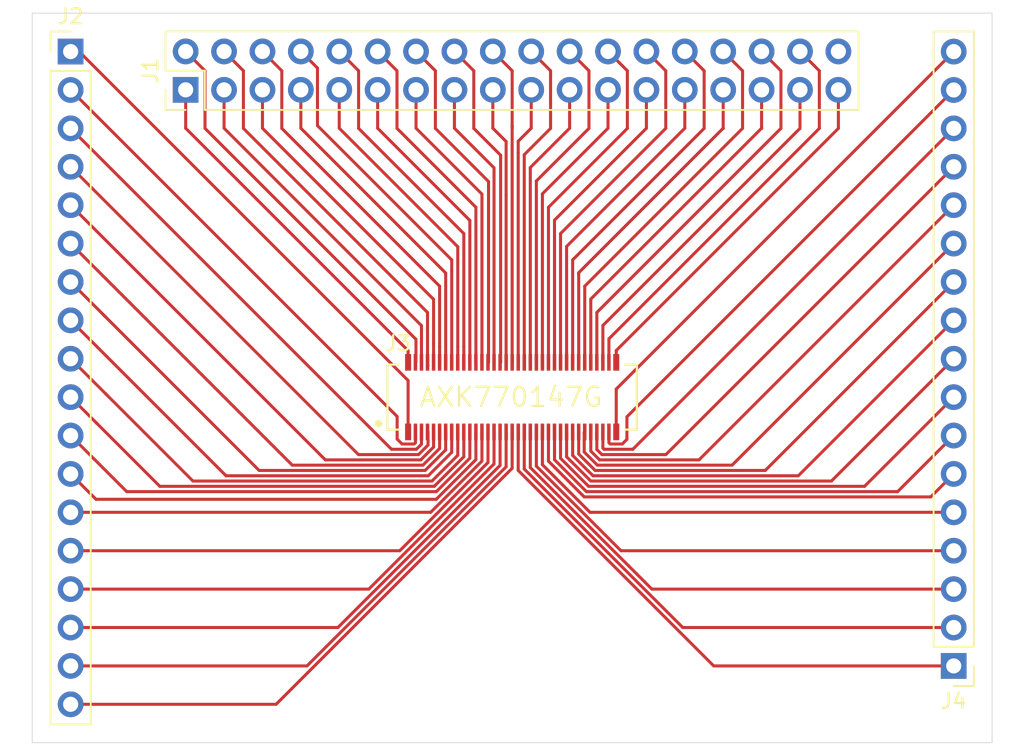
<source format=kicad_pcb>
(kicad_pcb (version 20171130) (host pcbnew "(5.1.6-0-10_14)")

  (general
    (thickness 1.6)
    (drawings 4)
    (tracks 295)
    (zones 0)
    (modules 4)
    (nets 71)
  )

  (page A4)
  (layers
    (0 F.Cu signal)
    (31 B.Cu signal)
    (32 B.Adhes user)
    (33 F.Adhes user)
    (34 B.Paste user)
    (35 F.Paste user)
    (36 B.SilkS user)
    (37 F.SilkS user)
    (38 B.Mask user)
    (39 F.Mask user)
    (40 Dwgs.User user)
    (41 Cmts.User user)
    (42 Eco1.User user)
    (43 Eco2.User user)
    (44 Edge.Cuts user)
    (45 Margin user)
    (46 B.CrtYd user)
    (47 F.CrtYd user)
    (48 B.Fab user)
    (49 F.Fab user)
  )

  (setup
    (last_trace_width 0.2)
    (trace_clearance 0.15)
    (zone_clearance 0.508)
    (zone_45_only no)
    (trace_min 0.2)
    (via_size 0.8)
    (via_drill 0.4)
    (via_min_size 0.4)
    (via_min_drill 0.3)
    (uvia_size 0.3)
    (uvia_drill 0.1)
    (uvias_allowed no)
    (uvia_min_size 0.2)
    (uvia_min_drill 0.1)
    (edge_width 0.05)
    (segment_width 0.2)
    (pcb_text_width 0.3)
    (pcb_text_size 1.5 1.5)
    (mod_edge_width 0.12)
    (mod_text_size 1 1)
    (mod_text_width 0.15)
    (pad_size 1.524 1.524)
    (pad_drill 0.762)
    (pad_to_mask_clearance 0.05)
    (aux_axis_origin 0 0)
    (visible_elements FFFFFF7F)
    (pcbplotparams
      (layerselection 0x010fc_ffffffff)
      (usegerberextensions false)
      (usegerberattributes true)
      (usegerberadvancedattributes true)
      (creategerberjobfile true)
      (excludeedgelayer true)
      (linewidth 0.100000)
      (plotframeref false)
      (viasonmask false)
      (mode 1)
      (useauxorigin false)
      (hpglpennumber 1)
      (hpglpenspeed 20)
      (hpglpendiameter 15.000000)
      (psnegative false)
      (psa4output false)
      (plotreference true)
      (plotvalue true)
      (plotinvisibletext false)
      (padsonsilk false)
      (subtractmaskfromsilk false)
      (outputformat 1)
      (mirror false)
      (drillshape 1)
      (scaleselection 1)
      (outputdirectory ""))
  )

  (net 0 "")
  (net 1 "Net-(J1-Pad35)")
  (net 2 "Net-(J1-Pad34)")
  (net 3 "Net-(J1-Pad33)")
  (net 4 "Net-(J1-Pad32)")
  (net 5 "Net-(J1-Pad31)")
  (net 6 "Net-(J1-Pad30)")
  (net 7 "Net-(J1-Pad29)")
  (net 8 "Net-(J1-Pad28)")
  (net 9 "Net-(J1-Pad27)")
  (net 10 "Net-(J1-Pad26)")
  (net 11 "Net-(J1-Pad25)")
  (net 12 "Net-(J1-Pad24)")
  (net 13 "Net-(J1-Pad23)")
  (net 14 "Net-(J1-Pad22)")
  (net 15 "Net-(J1-Pad21)")
  (net 16 "Net-(J1-Pad20)")
  (net 17 "Net-(J1-Pad19)")
  (net 18 "Net-(J1-Pad18)")
  (net 19 "Net-(J1-Pad17)")
  (net 20 "Net-(J1-Pad16)")
  (net 21 "Net-(J1-Pad15)")
  (net 22 "Net-(J1-Pad14)")
  (net 23 "Net-(J1-Pad13)")
  (net 24 "Net-(J1-Pad12)")
  (net 25 "Net-(J1-Pad11)")
  (net 26 "Net-(J1-Pad10)")
  (net 27 "Net-(J1-Pad9)")
  (net 28 "Net-(J1-Pad8)")
  (net 29 "Net-(J1-Pad7)")
  (net 30 "Net-(J1-Pad6)")
  (net 31 "Net-(J1-Pad5)")
  (net 32 "Net-(J1-Pad4)")
  (net 33 "Net-(J1-Pad3)")
  (net 34 "Net-(J1-Pad2)")
  (net 35 "Net-(J1-Pad1)")
  (net 36 "Net-(J2-Pad18)")
  (net 37 "Net-(J2-Pad17)")
  (net 38 "Net-(J2-Pad16)")
  (net 39 "Net-(J2-Pad15)")
  (net 40 "Net-(J2-Pad14)")
  (net 41 "Net-(J2-Pad13)")
  (net 42 "Net-(J2-Pad12)")
  (net 43 "Net-(J2-Pad11)")
  (net 44 "Net-(J2-Pad10)")
  (net 45 "Net-(J2-Pad9)")
  (net 46 "Net-(J2-Pad8)")
  (net 47 "Net-(J2-Pad7)")
  (net 48 "Net-(J2-Pad6)")
  (net 49 "Net-(J2-Pad5)")
  (net 50 "Net-(J2-Pad4)")
  (net 51 "Net-(J2-Pad3)")
  (net 52 "Net-(J2-Pad2)")
  (net 53 "Net-(J2-Pad1)")
  (net 54 "Net-(J3-Pad69)")
  (net 55 "Net-(J3-Pad67)")
  (net 56 "Net-(J3-Pad65)")
  (net 57 "Net-(J3-Pad63)")
  (net 58 "Net-(J3-Pad61)")
  (net 59 "Net-(J3-Pad59)")
  (net 60 "Net-(J3-Pad57)")
  (net 61 "Net-(J3-Pad55)")
  (net 62 "Net-(J3-Pad53)")
  (net 63 "Net-(J3-Pad51)")
  (net 64 "Net-(J3-Pad49)")
  (net 65 "Net-(J3-Pad47)")
  (net 66 "Net-(J3-Pad45)")
  (net 67 "Net-(J3-Pad43)")
  (net 68 "Net-(J3-Pad41)")
  (net 69 "Net-(J3-Pad39)")
  (net 70 "Net-(J3-Pad37)")

  (net_class Default "This is the default net class."
    (clearance 0.15)
    (trace_width 0.2)
    (via_dia 0.8)
    (via_drill 0.4)
    (uvia_dia 0.3)
    (uvia_drill 0.1)
    (add_net "Net-(J1-Pad1)")
    (add_net "Net-(J1-Pad10)")
    (add_net "Net-(J1-Pad11)")
    (add_net "Net-(J1-Pad12)")
    (add_net "Net-(J1-Pad13)")
    (add_net "Net-(J1-Pad14)")
    (add_net "Net-(J1-Pad15)")
    (add_net "Net-(J1-Pad16)")
    (add_net "Net-(J1-Pad17)")
    (add_net "Net-(J1-Pad18)")
    (add_net "Net-(J1-Pad19)")
    (add_net "Net-(J1-Pad2)")
    (add_net "Net-(J1-Pad20)")
    (add_net "Net-(J1-Pad21)")
    (add_net "Net-(J1-Pad22)")
    (add_net "Net-(J1-Pad23)")
    (add_net "Net-(J1-Pad24)")
    (add_net "Net-(J1-Pad25)")
    (add_net "Net-(J1-Pad26)")
    (add_net "Net-(J1-Pad27)")
    (add_net "Net-(J1-Pad28)")
    (add_net "Net-(J1-Pad29)")
    (add_net "Net-(J1-Pad3)")
    (add_net "Net-(J1-Pad30)")
    (add_net "Net-(J1-Pad31)")
    (add_net "Net-(J1-Pad32)")
    (add_net "Net-(J1-Pad33)")
    (add_net "Net-(J1-Pad34)")
    (add_net "Net-(J1-Pad35)")
    (add_net "Net-(J1-Pad4)")
    (add_net "Net-(J1-Pad5)")
    (add_net "Net-(J1-Pad6)")
    (add_net "Net-(J1-Pad7)")
    (add_net "Net-(J1-Pad8)")
    (add_net "Net-(J1-Pad9)")
    (add_net "Net-(J2-Pad1)")
    (add_net "Net-(J2-Pad10)")
    (add_net "Net-(J2-Pad11)")
    (add_net "Net-(J2-Pad12)")
    (add_net "Net-(J2-Pad13)")
    (add_net "Net-(J2-Pad14)")
    (add_net "Net-(J2-Pad15)")
    (add_net "Net-(J2-Pad16)")
    (add_net "Net-(J2-Pad17)")
    (add_net "Net-(J2-Pad18)")
    (add_net "Net-(J2-Pad2)")
    (add_net "Net-(J2-Pad3)")
    (add_net "Net-(J2-Pad4)")
    (add_net "Net-(J2-Pad5)")
    (add_net "Net-(J2-Pad6)")
    (add_net "Net-(J2-Pad7)")
    (add_net "Net-(J2-Pad8)")
    (add_net "Net-(J2-Pad9)")
    (add_net "Net-(J3-Pad37)")
    (add_net "Net-(J3-Pad39)")
    (add_net "Net-(J3-Pad41)")
    (add_net "Net-(J3-Pad43)")
    (add_net "Net-(J3-Pad45)")
    (add_net "Net-(J3-Pad47)")
    (add_net "Net-(J3-Pad49)")
    (add_net "Net-(J3-Pad51)")
    (add_net "Net-(J3-Pad53)")
    (add_net "Net-(J3-Pad55)")
    (add_net "Net-(J3-Pad57)")
    (add_net "Net-(J3-Pad59)")
    (add_net "Net-(J3-Pad61)")
    (add_net "Net-(J3-Pad63)")
    (add_net "Net-(J3-Pad65)")
    (add_net "Net-(J3-Pad67)")
    (add_net "Net-(J3-Pad69)")
  )

  (module Connector_PinHeader_2.54mm:PinHeader_2x18_P2.54mm_Vertical locked (layer F.Cu) (tedit 59FED5CC) (tstamp 6031D982)
    (at 299.71 -411.49 90)
    (descr "Through hole straight pin header, 2x18, 2.54mm pitch, double rows")
    (tags "Through hole pin header THT 2x18 2.54mm double row")
    (path /601EB970)
    (fp_text reference J1 (at 1.27 -2.33 90) (layer F.SilkS)
      (effects (font (size 1 1) (thickness 0.15)))
    )
    (fp_text value Conn_01x35 (at 1.27 45.51 90) (layer F.Fab)
      (effects (font (size 1 1) (thickness 0.15)))
    )
    (fp_line (start 4.35 -1.8) (end -1.8 -1.8) (layer F.CrtYd) (width 0.05))
    (fp_line (start 4.35 44.95) (end 4.35 -1.8) (layer F.CrtYd) (width 0.05))
    (fp_line (start -1.8 44.95) (end 4.35 44.95) (layer F.CrtYd) (width 0.05))
    (fp_line (start -1.8 -1.8) (end -1.8 44.95) (layer F.CrtYd) (width 0.05))
    (fp_line (start -1.33 -1.33) (end 0 -1.33) (layer F.SilkS) (width 0.12))
    (fp_line (start -1.33 0) (end -1.33 -1.33) (layer F.SilkS) (width 0.12))
    (fp_line (start 1.27 -1.33) (end 3.87 -1.33) (layer F.SilkS) (width 0.12))
    (fp_line (start 1.27 1.27) (end 1.27 -1.33) (layer F.SilkS) (width 0.12))
    (fp_line (start -1.33 1.27) (end 1.27 1.27) (layer F.SilkS) (width 0.12))
    (fp_line (start 3.87 -1.33) (end 3.87 44.51) (layer F.SilkS) (width 0.12))
    (fp_line (start -1.33 1.27) (end -1.33 44.51) (layer F.SilkS) (width 0.12))
    (fp_line (start -1.33 44.51) (end 3.87 44.51) (layer F.SilkS) (width 0.12))
    (fp_line (start -1.27 0) (end 0 -1.27) (layer F.Fab) (width 0.1))
    (fp_line (start -1.27 44.45) (end -1.27 0) (layer F.Fab) (width 0.1))
    (fp_line (start 3.81 44.45) (end -1.27 44.45) (layer F.Fab) (width 0.1))
    (fp_line (start 3.81 -1.27) (end 3.81 44.45) (layer F.Fab) (width 0.1))
    (fp_line (start 0 -1.27) (end 3.81 -1.27) (layer F.Fab) (width 0.1))
    (fp_text user %R (at 1.27 21.59) (layer F.Fab)
      (effects (font (size 1 1) (thickness 0.15)))
    )
    (pad 36 thru_hole oval (at 2.54 43.18 90) (size 1.7 1.7) (drill 1) (layers *.Cu *.Mask))
    (pad 35 thru_hole oval (at 0 43.18 90) (size 1.7 1.7) (drill 1) (layers *.Cu *.Mask)
      (net 1 "Net-(J1-Pad35)"))
    (pad 34 thru_hole oval (at 2.54 40.64 90) (size 1.7 1.7) (drill 1) (layers *.Cu *.Mask)
      (net 2 "Net-(J1-Pad34)"))
    (pad 33 thru_hole oval (at 0 40.64 90) (size 1.7 1.7) (drill 1) (layers *.Cu *.Mask)
      (net 3 "Net-(J1-Pad33)"))
    (pad 32 thru_hole oval (at 2.54 38.1 90) (size 1.7 1.7) (drill 1) (layers *.Cu *.Mask)
      (net 4 "Net-(J1-Pad32)"))
    (pad 31 thru_hole oval (at 0 38.1 90) (size 1.7 1.7) (drill 1) (layers *.Cu *.Mask)
      (net 5 "Net-(J1-Pad31)"))
    (pad 30 thru_hole oval (at 2.54 35.56 90) (size 1.7 1.7) (drill 1) (layers *.Cu *.Mask)
      (net 6 "Net-(J1-Pad30)"))
    (pad 29 thru_hole oval (at 0 35.56 90) (size 1.7 1.7) (drill 1) (layers *.Cu *.Mask)
      (net 7 "Net-(J1-Pad29)"))
    (pad 28 thru_hole oval (at 2.54 33.02 90) (size 1.7 1.7) (drill 1) (layers *.Cu *.Mask)
      (net 8 "Net-(J1-Pad28)"))
    (pad 27 thru_hole oval (at 0 33.02 90) (size 1.7 1.7) (drill 1) (layers *.Cu *.Mask)
      (net 9 "Net-(J1-Pad27)"))
    (pad 26 thru_hole oval (at 2.54 30.48 90) (size 1.7 1.7) (drill 1) (layers *.Cu *.Mask)
      (net 10 "Net-(J1-Pad26)"))
    (pad 25 thru_hole oval (at 0 30.48 90) (size 1.7 1.7) (drill 1) (layers *.Cu *.Mask)
      (net 11 "Net-(J1-Pad25)"))
    (pad 24 thru_hole oval (at 2.54 27.94 90) (size 1.7 1.7) (drill 1) (layers *.Cu *.Mask)
      (net 12 "Net-(J1-Pad24)"))
    (pad 23 thru_hole oval (at 0 27.94 90) (size 1.7 1.7) (drill 1) (layers *.Cu *.Mask)
      (net 13 "Net-(J1-Pad23)"))
    (pad 22 thru_hole oval (at 2.54 25.4 90) (size 1.7 1.7) (drill 1) (layers *.Cu *.Mask)
      (net 14 "Net-(J1-Pad22)"))
    (pad 21 thru_hole oval (at 0 25.4 90) (size 1.7 1.7) (drill 1) (layers *.Cu *.Mask)
      (net 15 "Net-(J1-Pad21)"))
    (pad 20 thru_hole oval (at 2.54 22.86 90) (size 1.7 1.7) (drill 1) (layers *.Cu *.Mask)
      (net 16 "Net-(J1-Pad20)"))
    (pad 19 thru_hole oval (at 0 22.86 90) (size 1.7 1.7) (drill 1) (layers *.Cu *.Mask)
      (net 17 "Net-(J1-Pad19)"))
    (pad 18 thru_hole oval (at 2.54 20.32 90) (size 1.7 1.7) (drill 1) (layers *.Cu *.Mask)
      (net 18 "Net-(J1-Pad18)"))
    (pad 17 thru_hole oval (at 0 20.32 90) (size 1.7 1.7) (drill 1) (layers *.Cu *.Mask)
      (net 19 "Net-(J1-Pad17)"))
    (pad 16 thru_hole oval (at 2.54 17.78 90) (size 1.7 1.7) (drill 1) (layers *.Cu *.Mask)
      (net 20 "Net-(J1-Pad16)"))
    (pad 15 thru_hole oval (at 0 17.78 90) (size 1.7 1.7) (drill 1) (layers *.Cu *.Mask)
      (net 21 "Net-(J1-Pad15)"))
    (pad 14 thru_hole oval (at 2.54 15.24 90) (size 1.7 1.7) (drill 1) (layers *.Cu *.Mask)
      (net 22 "Net-(J1-Pad14)"))
    (pad 13 thru_hole oval (at 0 15.24 90) (size 1.7 1.7) (drill 1) (layers *.Cu *.Mask)
      (net 23 "Net-(J1-Pad13)"))
    (pad 12 thru_hole oval (at 2.54 12.7 90) (size 1.7 1.7) (drill 1) (layers *.Cu *.Mask)
      (net 24 "Net-(J1-Pad12)"))
    (pad 11 thru_hole oval (at 0 12.7 90) (size 1.7 1.7) (drill 1) (layers *.Cu *.Mask)
      (net 25 "Net-(J1-Pad11)"))
    (pad 10 thru_hole oval (at 2.54 10.16 90) (size 1.7 1.7) (drill 1) (layers *.Cu *.Mask)
      (net 26 "Net-(J1-Pad10)"))
    (pad 9 thru_hole oval (at 0 10.16 90) (size 1.7 1.7) (drill 1) (layers *.Cu *.Mask)
      (net 27 "Net-(J1-Pad9)"))
    (pad 8 thru_hole oval (at 2.54 7.62 90) (size 1.7 1.7) (drill 1) (layers *.Cu *.Mask)
      (net 28 "Net-(J1-Pad8)"))
    (pad 7 thru_hole oval (at 0 7.62 90) (size 1.7 1.7) (drill 1) (layers *.Cu *.Mask)
      (net 29 "Net-(J1-Pad7)"))
    (pad 6 thru_hole oval (at 2.54 5.08 90) (size 1.7 1.7) (drill 1) (layers *.Cu *.Mask)
      (net 30 "Net-(J1-Pad6)"))
    (pad 5 thru_hole oval (at 0 5.08 90) (size 1.7 1.7) (drill 1) (layers *.Cu *.Mask)
      (net 31 "Net-(J1-Pad5)"))
    (pad 4 thru_hole oval (at 2.54 2.54 90) (size 1.7 1.7) (drill 1) (layers *.Cu *.Mask)
      (net 32 "Net-(J1-Pad4)"))
    (pad 3 thru_hole oval (at 0 2.54 90) (size 1.7 1.7) (drill 1) (layers *.Cu *.Mask)
      (net 33 "Net-(J1-Pad3)"))
    (pad 2 thru_hole oval (at 2.54 0 90) (size 1.7 1.7) (drill 1) (layers *.Cu *.Mask)
      (net 34 "Net-(J1-Pad2)"))
    (pad 1 thru_hole rect (at 0 0 90) (size 1.7 1.7) (drill 1) (layers *.Cu *.Mask)
      (net 35 "Net-(J1-Pad1)"))
    (model ${KISYS3DMOD}/Connector_PinHeader_2.54mm.3dshapes/PinHeader_2x18_P2.54mm_Vertical.wrl
      (at (xyz 0 0 0))
      (scale (xyz 1 1 1))
      (rotate (xyz 0 0 0))
    )
  )

  (module Connector_PinHeader_2.54mm:PinHeader_1x17_P2.54mm_Vertical (layer F.Cu) (tedit 59FED5CC) (tstamp 6031C879)
    (at 350.52 -373.38 180)
    (descr "Through hole straight pin header, 1x17, 2.54mm pitch, single row")
    (tags "Through hole pin header THT 1x17 2.54mm single row")
    (path /60503150)
    (fp_text reference J4 (at 0 -2.33) (layer F.SilkS)
      (effects (font (size 1 1) (thickness 0.15)))
    )
    (fp_text value Conn_01x17 (at 0 42.97) (layer F.Fab)
      (effects (font (size 1 1) (thickness 0.15)))
    )
    (fp_text user %R (at 0 20.32 90) (layer F.Fab)
      (effects (font (size 1 1) (thickness 0.15)))
    )
    (fp_line (start -0.635 -1.27) (end 1.27 -1.27) (layer F.Fab) (width 0.1))
    (fp_line (start 1.27 -1.27) (end 1.27 41.91) (layer F.Fab) (width 0.1))
    (fp_line (start 1.27 41.91) (end -1.27 41.91) (layer F.Fab) (width 0.1))
    (fp_line (start -1.27 41.91) (end -1.27 -0.635) (layer F.Fab) (width 0.1))
    (fp_line (start -1.27 -0.635) (end -0.635 -1.27) (layer F.Fab) (width 0.1))
    (fp_line (start -1.33 41.97) (end 1.33 41.97) (layer F.SilkS) (width 0.12))
    (fp_line (start -1.33 1.27) (end -1.33 41.97) (layer F.SilkS) (width 0.12))
    (fp_line (start 1.33 1.27) (end 1.33 41.97) (layer F.SilkS) (width 0.12))
    (fp_line (start -1.33 1.27) (end 1.33 1.27) (layer F.SilkS) (width 0.12))
    (fp_line (start -1.33 0) (end -1.33 -1.33) (layer F.SilkS) (width 0.12))
    (fp_line (start -1.33 -1.33) (end 0 -1.33) (layer F.SilkS) (width 0.12))
    (fp_line (start -1.8 -1.8) (end -1.8 42.45) (layer F.CrtYd) (width 0.05))
    (fp_line (start -1.8 42.45) (end 1.8 42.45) (layer F.CrtYd) (width 0.05))
    (fp_line (start 1.8 42.45) (end 1.8 -1.8) (layer F.CrtYd) (width 0.05))
    (fp_line (start 1.8 -1.8) (end -1.8 -1.8) (layer F.CrtYd) (width 0.05))
    (pad 17 thru_hole oval (at 0 40.64 180) (size 1.7 1.7) (drill 1) (layers *.Cu *.Mask)
      (net 54 "Net-(J3-Pad69)"))
    (pad 16 thru_hole oval (at 0 38.1 180) (size 1.7 1.7) (drill 1) (layers *.Cu *.Mask)
      (net 55 "Net-(J3-Pad67)"))
    (pad 15 thru_hole oval (at 0 35.56 180) (size 1.7 1.7) (drill 1) (layers *.Cu *.Mask)
      (net 56 "Net-(J3-Pad65)"))
    (pad 14 thru_hole oval (at 0 33.02 180) (size 1.7 1.7) (drill 1) (layers *.Cu *.Mask)
      (net 57 "Net-(J3-Pad63)"))
    (pad 13 thru_hole oval (at 0 30.48 180) (size 1.7 1.7) (drill 1) (layers *.Cu *.Mask)
      (net 58 "Net-(J3-Pad61)"))
    (pad 12 thru_hole oval (at 0 27.94 180) (size 1.7 1.7) (drill 1) (layers *.Cu *.Mask)
      (net 59 "Net-(J3-Pad59)"))
    (pad 11 thru_hole oval (at 0 25.4 180) (size 1.7 1.7) (drill 1) (layers *.Cu *.Mask)
      (net 60 "Net-(J3-Pad57)"))
    (pad 10 thru_hole oval (at 0 22.86 180) (size 1.7 1.7) (drill 1) (layers *.Cu *.Mask)
      (net 61 "Net-(J3-Pad55)"))
    (pad 9 thru_hole oval (at 0 20.32 180) (size 1.7 1.7) (drill 1) (layers *.Cu *.Mask)
      (net 62 "Net-(J3-Pad53)"))
    (pad 8 thru_hole oval (at 0 17.78 180) (size 1.7 1.7) (drill 1) (layers *.Cu *.Mask)
      (net 63 "Net-(J3-Pad51)"))
    (pad 7 thru_hole oval (at 0 15.24 180) (size 1.7 1.7) (drill 1) (layers *.Cu *.Mask)
      (net 64 "Net-(J3-Pad49)"))
    (pad 6 thru_hole oval (at 0 12.7 180) (size 1.7 1.7) (drill 1) (layers *.Cu *.Mask)
      (net 65 "Net-(J3-Pad47)"))
    (pad 5 thru_hole oval (at 0 10.16 180) (size 1.7 1.7) (drill 1) (layers *.Cu *.Mask)
      (net 66 "Net-(J3-Pad45)"))
    (pad 4 thru_hole oval (at 0 7.62 180) (size 1.7 1.7) (drill 1) (layers *.Cu *.Mask)
      (net 67 "Net-(J3-Pad43)"))
    (pad 3 thru_hole oval (at 0 5.08 180) (size 1.7 1.7) (drill 1) (layers *.Cu *.Mask)
      (net 68 "Net-(J3-Pad41)"))
    (pad 2 thru_hole oval (at 0 2.54 180) (size 1.7 1.7) (drill 1) (layers *.Cu *.Mask)
      (net 69 "Net-(J3-Pad39)"))
    (pad 1 thru_hole rect (at 0 0 180) (size 1.7 1.7) (drill 1) (layers *.Cu *.Mask)
      (net 70 "Net-(J3-Pad37)"))
    (model ${KISYS3DMOD}/Connector_PinHeader_2.54mm.3dshapes/PinHeader_1x17_P2.54mm_Vertical.wrl
      (at (xyz 0 0 0))
      (scale (xyz 1 1 1))
      (rotate (xyz 0 0 0))
    )
  )

  (module Connector_PinHeader_2.54mm:PinHeader_1x18_P2.54mm_Vertical (layer F.Cu) (tedit 59FED5CC) (tstamp 6031CF57)
    (at 292.1 -414.02)
    (descr "Through hole straight pin header, 1x18, 2.54mm pitch, single row")
    (tags "Through hole pin header THT 1x18 2.54mm single row")
    (path /601E64AD)
    (fp_text reference J2 (at 0 -2.33) (layer F.SilkS)
      (effects (font (size 1 1) (thickness 0.15)))
    )
    (fp_text value Conn_01x18 (at 0 45.51) (layer F.Fab)
      (effects (font (size 1 1) (thickness 0.15)))
    )
    (fp_text user %R (at 0 21.59 90) (layer F.Fab)
      (effects (font (size 1 1) (thickness 0.15)))
    )
    (fp_line (start -0.635 -1.27) (end 1.27 -1.27) (layer F.Fab) (width 0.1))
    (fp_line (start 1.27 -1.27) (end 1.27 44.45) (layer F.Fab) (width 0.1))
    (fp_line (start 1.27 44.45) (end -1.27 44.45) (layer F.Fab) (width 0.1))
    (fp_line (start -1.27 44.45) (end -1.27 -0.635) (layer F.Fab) (width 0.1))
    (fp_line (start -1.27 -0.635) (end -0.635 -1.27) (layer F.Fab) (width 0.1))
    (fp_line (start -1.33 44.51) (end 1.33 44.51) (layer F.SilkS) (width 0.12))
    (fp_line (start -1.33 1.27) (end -1.33 44.51) (layer F.SilkS) (width 0.12))
    (fp_line (start 1.33 1.27) (end 1.33 44.51) (layer F.SilkS) (width 0.12))
    (fp_line (start -1.33 1.27) (end 1.33 1.27) (layer F.SilkS) (width 0.12))
    (fp_line (start -1.33 0) (end -1.33 -1.33) (layer F.SilkS) (width 0.12))
    (fp_line (start -1.33 -1.33) (end 0 -1.33) (layer F.SilkS) (width 0.12))
    (fp_line (start -1.8 -1.8) (end -1.8 44.95) (layer F.CrtYd) (width 0.05))
    (fp_line (start -1.8 44.95) (end 1.8 44.95) (layer F.CrtYd) (width 0.05))
    (fp_line (start 1.8 44.95) (end 1.8 -1.8) (layer F.CrtYd) (width 0.05))
    (fp_line (start 1.8 -1.8) (end -1.8 -1.8) (layer F.CrtYd) (width 0.05))
    (pad 18 thru_hole oval (at 0 43.18) (size 1.7 1.7) (drill 1) (layers *.Cu *.Mask)
      (net 36 "Net-(J2-Pad18)"))
    (pad 17 thru_hole oval (at 0 40.64) (size 1.7 1.7) (drill 1) (layers *.Cu *.Mask)
      (net 37 "Net-(J2-Pad17)"))
    (pad 16 thru_hole oval (at 0 38.1) (size 1.7 1.7) (drill 1) (layers *.Cu *.Mask)
      (net 38 "Net-(J2-Pad16)"))
    (pad 15 thru_hole oval (at 0 35.56) (size 1.7 1.7) (drill 1) (layers *.Cu *.Mask)
      (net 39 "Net-(J2-Pad15)"))
    (pad 14 thru_hole oval (at 0 33.02) (size 1.7 1.7) (drill 1) (layers *.Cu *.Mask)
      (net 40 "Net-(J2-Pad14)"))
    (pad 13 thru_hole oval (at 0 30.48) (size 1.7 1.7) (drill 1) (layers *.Cu *.Mask)
      (net 41 "Net-(J2-Pad13)"))
    (pad 12 thru_hole oval (at 0 27.94) (size 1.7 1.7) (drill 1) (layers *.Cu *.Mask)
      (net 42 "Net-(J2-Pad12)"))
    (pad 11 thru_hole oval (at 0 25.4) (size 1.7 1.7) (drill 1) (layers *.Cu *.Mask)
      (net 43 "Net-(J2-Pad11)"))
    (pad 10 thru_hole oval (at 0 22.86) (size 1.7 1.7) (drill 1) (layers *.Cu *.Mask)
      (net 44 "Net-(J2-Pad10)"))
    (pad 9 thru_hole oval (at 0 20.32) (size 1.7 1.7) (drill 1) (layers *.Cu *.Mask)
      (net 45 "Net-(J2-Pad9)"))
    (pad 8 thru_hole oval (at 0 17.78) (size 1.7 1.7) (drill 1) (layers *.Cu *.Mask)
      (net 46 "Net-(J2-Pad8)"))
    (pad 7 thru_hole oval (at 0 15.24) (size 1.7 1.7) (drill 1) (layers *.Cu *.Mask)
      (net 47 "Net-(J2-Pad7)"))
    (pad 6 thru_hole oval (at 0 12.7) (size 1.7 1.7) (drill 1) (layers *.Cu *.Mask)
      (net 48 "Net-(J2-Pad6)"))
    (pad 5 thru_hole oval (at 0 10.16) (size 1.7 1.7) (drill 1) (layers *.Cu *.Mask)
      (net 49 "Net-(J2-Pad5)"))
    (pad 4 thru_hole oval (at 0 7.62) (size 1.7 1.7) (drill 1) (layers *.Cu *.Mask)
      (net 50 "Net-(J2-Pad4)"))
    (pad 3 thru_hole oval (at 0 5.08) (size 1.7 1.7) (drill 1) (layers *.Cu *.Mask)
      (net 51 "Net-(J2-Pad3)"))
    (pad 2 thru_hole oval (at 0 2.54) (size 1.7 1.7) (drill 1) (layers *.Cu *.Mask)
      (net 52 "Net-(J2-Pad2)"))
    (pad 1 thru_hole rect (at 0 0) (size 1.7 1.7) (drill 1) (layers *.Cu *.Mask)
      (net 53 "Net-(J2-Pad1)"))
    (model ${KISYS3DMOD}/Connector_PinHeader_2.54mm.3dshapes/PinHeader_1x18_P2.54mm_Vertical.wrl
      (at (xyz 0 0 0))
      (scale (xyz 1 1 1))
      (rotate (xyz 0 0 0))
    )
  )

  (module footprints:Panasonic-AXK770147G-MFG (layer F.Cu) (tedit 5EF1D3B5) (tstamp 6031E48B)
    (at 321.31 -391.16)
    (path /60199258)
    (fp_text reference J3 (at -8.5 -3.55) (layer F.SilkS)
      (effects (font (size 1 1) (thickness 0.15)) (justify left))
    )
    (fp_text value AXK770147G (at -0.070001 0) (layer F.SilkS)
      (effects (font (size 1.27 1.27) (thickness 0.15)))
    )
    (fp_line (start -8.25 2.15) (end -8.25 -2.15) (layer F.SilkS) (width 0.15))
    (fp_line (start 7.46 2.15) (end 8.25 2.15) (layer F.SilkS) (width 0.15))
    (fp_line (start -8.25 2.15) (end -7.46 2.15) (layer F.SilkS) (width 0.15))
    (fp_line (start 8.25 2.15) (end 8.25 -2.15) (layer F.SilkS) (width 0.15))
    (fp_line (start 7.46 -2.15) (end 8.25 -2.15) (layer F.SilkS) (width 0.15))
    (fp_line (start -8.25 -2.15) (end -7.46 -2.15) (layer F.SilkS) (width 0.15))
    (fp_line (start 8.275 2.875) (end 8.275 -2.875) (layer F.CrtYd) (width 0.15))
    (fp_line (start -8.275 2.875) (end 8.275 2.875) (layer F.CrtYd) (width 0.15))
    (fp_line (start -8.275 -2.875) (end -8.275 2.875) (layer F.CrtYd) (width 0.15))
    (fp_line (start 8.275 -2.875) (end -8.275 -2.875) (layer F.CrtYd) (width 0.15))
    (fp_line (start 8.275 -2.875) (end 8.275 -2.875) (layer F.CrtYd) (width 0.15))
    (fp_circle (center -8.85 1.75) (end -8.725 1.75) (layer F.SilkS) (width 0.25))
    (fp_line (start 8.25 2.15) (end -8.25 2.15) (layer F.Fab) (width 0.15))
    (fp_line (start 8.25 -2.15) (end 8.25 2.15) (layer F.Fab) (width 0.15))
    (fp_line (start -8.25 -2.15) (end 8.25 -2.15) (layer F.Fab) (width 0.15))
    (fp_line (start -8.25 2.15) (end -8.25 -2.15) (layer F.Fab) (width 0.15))
    (pad ~ smd rect (at 6.875 2.435) (size 0.35 0.63) (layers F.Paste))
    (pad ~ smd rect (at 6.4 2.435) (size 0.2 0.63) (layers F.Paste))
    (pad ~ smd rect (at 6 2.435) (size 0.2 0.63) (layers F.Paste))
    (pad ~ smd rect (at 5.6 2.435) (size 0.2 0.63) (layers F.Paste))
    (pad ~ smd rect (at 5.2 2.435) (size 0.2 0.63) (layers F.Paste))
    (pad ~ smd rect (at 4.8 2.435) (size 0.2 0.63) (layers F.Paste))
    (pad ~ smd rect (at 4.4 2.435) (size 0.2 0.63) (layers F.Paste))
    (pad ~ smd rect (at 4 2.435) (size 0.2 0.63) (layers F.Paste))
    (pad ~ smd rect (at 3.6 2.435) (size 0.2 0.63) (layers F.Paste))
    (pad ~ smd rect (at 3.2 2.435) (size 0.2 0.63) (layers F.Paste))
    (pad ~ smd rect (at 2.8 2.435) (size 0.2 0.63) (layers F.Paste))
    (pad ~ smd rect (at 2.4 2.435) (size 0.2 0.63) (layers F.Paste))
    (pad ~ smd rect (at 2 2.435) (size 0.2 0.63) (layers F.Paste))
    (pad ~ smd rect (at 1.6 2.435) (size 0.2 0.63) (layers F.Paste))
    (pad ~ smd rect (at 1.2 2.435) (size 0.2 0.63) (layers F.Paste))
    (pad ~ smd rect (at 0.8 2.435) (size 0.2 0.63) (layers F.Paste))
    (pad ~ smd rect (at 0.4 2.435) (size 0.2 0.63) (layers F.Paste))
    (pad ~ smd rect (at 0 2.435) (size 0.2 0.63) (layers F.Paste))
    (pad ~ smd rect (at -0.4 2.435) (size 0.2 0.63) (layers F.Paste))
    (pad ~ smd rect (at -0.8 2.435) (size 0.2 0.63) (layers F.Paste))
    (pad ~ smd rect (at -1.2 2.435) (size 0.2 0.63) (layers F.Paste))
    (pad ~ smd rect (at -1.6 2.435) (size 0.2 0.63) (layers F.Paste))
    (pad ~ smd rect (at -2 2.435) (size 0.2 0.63) (layers F.Paste))
    (pad ~ smd rect (at -2.4 2.435) (size 0.2 0.63) (layers F.Paste))
    (pad ~ smd rect (at -2.8 2.435) (size 0.2 0.63) (layers F.Paste))
    (pad ~ smd rect (at -3.2 2.435) (size 0.2 0.63) (layers F.Paste))
    (pad ~ smd rect (at -3.6 2.435) (size 0.2 0.63) (layers F.Paste))
    (pad ~ smd rect (at -4 2.435) (size 0.2 0.63) (layers F.Paste))
    (pad ~ smd rect (at -4.4 2.435) (size 0.2 0.63) (layers F.Paste))
    (pad ~ smd rect (at -4.8 2.435) (size 0.2 0.63) (layers F.Paste))
    (pad ~ smd rect (at -5.2 2.435) (size 0.2 0.63) (layers F.Paste))
    (pad ~ smd rect (at -5.6 2.435) (size 0.2 0.63) (layers F.Paste))
    (pad ~ smd rect (at -6 2.435) (size 0.2 0.63) (layers F.Paste))
    (pad ~ smd rect (at -6.4 2.435) (size 0.2 0.63) (layers F.Paste))
    (pad ~ smd rect (at -6.875 2.435) (size 0.35 0.63) (layers F.Paste))
    (pad ~ smd rect (at 6.875 -2.435) (size 0.35 0.63) (layers F.Paste))
    (pad ~ smd rect (at 6.4 -2.435) (size 0.2 0.63) (layers F.Paste))
    (pad ~ smd rect (at 6 -2.435) (size 0.2 0.63) (layers F.Paste))
    (pad ~ smd rect (at 5.6 -2.435) (size 0.2 0.63) (layers F.Paste))
    (pad ~ smd rect (at 5.2 -2.435) (size 0.2 0.63) (layers F.Paste))
    (pad ~ smd rect (at 4.8 -2.435) (size 0.2 0.63) (layers F.Paste))
    (pad ~ smd rect (at 4.4 -2.435) (size 0.2 0.63) (layers F.Paste))
    (pad ~ smd rect (at 4 -2.435) (size 0.2 0.63) (layers F.Paste))
    (pad ~ smd rect (at 3.6 -2.435) (size 0.2 0.63) (layers F.Paste))
    (pad ~ smd rect (at 3.2 -2.435) (size 0.2 0.63) (layers F.Paste))
    (pad ~ smd rect (at 2.8 -2.435) (size 0.2 0.63) (layers F.Paste))
    (pad ~ smd rect (at 2.4 -2.435) (size 0.2 0.63) (layers F.Paste))
    (pad ~ smd rect (at 2 -2.435) (size 0.2 0.63) (layers F.Paste))
    (pad ~ smd rect (at 1.6 -2.435) (size 0.2 0.63) (layers F.Paste))
    (pad ~ smd rect (at 1.2 -2.435) (size 0.2 0.63) (layers F.Paste))
    (pad ~ smd rect (at 0.8 -2.435) (size 0.2 0.63) (layers F.Paste))
    (pad ~ smd rect (at 0.4 -2.435) (size 0.2 0.63) (layers F.Paste))
    (pad ~ smd rect (at 0 -2.435) (size 0.2 0.63) (layers F.Paste))
    (pad ~ smd rect (at -0.4 -2.435) (size 0.2 0.63) (layers F.Paste))
    (pad ~ smd rect (at -0.8 -2.435) (size 0.2 0.63) (layers F.Paste))
    (pad ~ smd rect (at -1.2 -2.435) (size 0.2 0.63) (layers F.Paste))
    (pad ~ smd rect (at -1.6 -2.435) (size 0.2 0.63) (layers F.Paste))
    (pad ~ smd rect (at -2 -2.435) (size 0.2 0.63) (layers F.Paste))
    (pad ~ smd rect (at -2.4 -2.435) (size 0.2 0.63) (layers F.Paste))
    (pad ~ smd rect (at -2.8 -2.435) (size 0.2 0.63) (layers F.Paste))
    (pad ~ smd rect (at -3.2 -2.435) (size 0.2 0.63) (layers F.Paste))
    (pad ~ smd rect (at -3.6 -2.435) (size 0.2 0.63) (layers F.Paste))
    (pad ~ smd rect (at -4 -2.435) (size 0.2 0.63) (layers F.Paste))
    (pad ~ smd rect (at -4.4 -2.435) (size 0.2 0.63) (layers F.Paste))
    (pad ~ smd rect (at -4.8 -2.435) (size 0.2 0.63) (layers F.Paste))
    (pad ~ smd rect (at -5.2 -2.435) (size 0.2 0.63) (layers F.Paste))
    (pad ~ smd rect (at -5.6 -2.435) (size 0.2 0.63) (layers F.Paste))
    (pad ~ smd rect (at -6 -2.435) (size 0.2 0.63) (layers F.Paste))
    (pad ~ smd rect (at -6.4 -2.435) (size 0.2 0.63) (layers F.Paste))
    (pad ~ smd rect (at -6.875 -2.435) (size 0.35 0.63) (layers F.Paste))
    (pad 70 smd rect (at 6.885 -2.3) (size 0.4 1.1) (layers F.Cu F.Mask)
      (net 1 "Net-(J1-Pad35)"))
    (pad 68 smd rect (at 6.4 -2.3) (size 0.23 1.1) (layers F.Cu F.Mask)
      (net 2 "Net-(J1-Pad34)"))
    (pad 66 smd rect (at 6 -2.3) (size 0.23 1.1) (layers F.Cu F.Mask)
      (net 3 "Net-(J1-Pad33)"))
    (pad 64 smd rect (at 5.6 -2.3) (size 0.23 1.1) (layers F.Cu F.Mask)
      (net 4 "Net-(J1-Pad32)"))
    (pad 62 smd rect (at 5.2 -2.3) (size 0.23 1.1) (layers F.Cu F.Mask)
      (net 5 "Net-(J1-Pad31)"))
    (pad 60 smd rect (at 4.8 -2.3) (size 0.23 1.1) (layers F.Cu F.Mask)
      (net 6 "Net-(J1-Pad30)"))
    (pad 58 smd rect (at 4.4 -2.3) (size 0.23 1.1) (layers F.Cu F.Mask)
      (net 7 "Net-(J1-Pad29)"))
    (pad 56 smd rect (at 4 -2.3) (size 0.23 1.1) (layers F.Cu F.Mask)
      (net 8 "Net-(J1-Pad28)"))
    (pad 54 smd rect (at 3.6 -2.3) (size 0.23 1.1) (layers F.Cu F.Mask)
      (net 9 "Net-(J1-Pad27)"))
    (pad 52 smd rect (at 3.2 -2.3) (size 0.23 1.1) (layers F.Cu F.Mask)
      (net 10 "Net-(J1-Pad26)"))
    (pad 50 smd rect (at 2.8 -2.3) (size 0.23 1.1) (layers F.Cu F.Mask)
      (net 11 "Net-(J1-Pad25)"))
    (pad 48 smd rect (at 2.4 -2.3) (size 0.23 1.1) (layers F.Cu F.Mask)
      (net 12 "Net-(J1-Pad24)"))
    (pad 46 smd rect (at 2 -2.3) (size 0.23 1.1) (layers F.Cu F.Mask)
      (net 13 "Net-(J1-Pad23)"))
    (pad 44 smd rect (at 1.6 -2.3) (size 0.23 1.1) (layers F.Cu F.Mask)
      (net 14 "Net-(J1-Pad22)"))
    (pad 42 smd rect (at 1.2 -2.3) (size 0.23 1.1) (layers F.Cu F.Mask)
      (net 15 "Net-(J1-Pad21)"))
    (pad 40 smd rect (at 0.8 -2.3) (size 0.23 1.1) (layers F.Cu F.Mask)
      (net 16 "Net-(J1-Pad20)"))
    (pad 38 smd rect (at 0.4 -2.3) (size 0.23 1.1) (layers F.Cu F.Mask)
      (net 17 "Net-(J1-Pad19)"))
    (pad 36 smd rect (at 0 -2.3) (size 0.23 1.1) (layers F.Cu F.Mask)
      (net 18 "Net-(J1-Pad18)"))
    (pad 34 smd rect (at -0.4 -2.3) (size 0.23 1.1) (layers F.Cu F.Mask)
      (net 19 "Net-(J1-Pad17)"))
    (pad 32 smd rect (at -0.8 -2.3) (size 0.23 1.1) (layers F.Cu F.Mask)
      (net 20 "Net-(J1-Pad16)"))
    (pad 30 smd rect (at -1.2 -2.3) (size 0.23 1.1) (layers F.Cu F.Mask)
      (net 21 "Net-(J1-Pad15)"))
    (pad 28 smd rect (at -1.6 -2.3) (size 0.23 1.1) (layers F.Cu F.Mask)
      (net 22 "Net-(J1-Pad14)"))
    (pad 26 smd rect (at -2 -2.3) (size 0.23 1.1) (layers F.Cu F.Mask)
      (net 23 "Net-(J1-Pad13)"))
    (pad 24 smd rect (at -2.4 -2.3) (size 0.23 1.1) (layers F.Cu F.Mask)
      (net 24 "Net-(J1-Pad12)"))
    (pad 22 smd rect (at -2.8 -2.3) (size 0.23 1.1) (layers F.Cu F.Mask)
      (net 25 "Net-(J1-Pad11)"))
    (pad 20 smd rect (at -3.2 -2.3) (size 0.23 1.1) (layers F.Cu F.Mask)
      (net 26 "Net-(J1-Pad10)"))
    (pad 18 smd rect (at -3.6 -2.3) (size 0.23 1.1) (layers F.Cu F.Mask)
      (net 27 "Net-(J1-Pad9)"))
    (pad 16 smd rect (at -4 -2.3) (size 0.23 1.1) (layers F.Cu F.Mask)
      (net 28 "Net-(J1-Pad8)"))
    (pad 14 smd rect (at -4.4 -2.3) (size 0.23 1.1) (layers F.Cu F.Mask)
      (net 29 "Net-(J1-Pad7)"))
    (pad 12 smd rect (at -4.8 -2.3) (size 0.23 1.1) (layers F.Cu F.Mask)
      (net 30 "Net-(J1-Pad6)"))
    (pad 10 smd rect (at -5.2 -2.3) (size 0.23 1.1) (layers F.Cu F.Mask)
      (net 31 "Net-(J1-Pad5)"))
    (pad 8 smd rect (at -5.6 -2.3) (size 0.23 1.1) (layers F.Cu F.Mask)
      (net 32 "Net-(J1-Pad4)"))
    (pad 6 smd rect (at -6 -2.3) (size 0.23 1.1) (layers F.Cu F.Mask)
      (net 33 "Net-(J1-Pad3)"))
    (pad 4 smd rect (at -6.4 -2.3) (size 0.23 1.1) (layers F.Cu F.Mask)
      (net 34 "Net-(J1-Pad2)"))
    (pad 2 smd rect (at -6.885 -2.3) (size 0.4 1.1) (layers F.Cu F.Mask)
      (net 35 "Net-(J1-Pad1)"))
    (pad 69 smd rect (at 6.885 2.3) (size 0.4 1.1) (layers F.Cu F.Mask)
      (net 54 "Net-(J3-Pad69)"))
    (pad 67 smd rect (at 6.4 2.3) (size 0.23 1.1) (layers F.Cu F.Mask)
      (net 55 "Net-(J3-Pad67)"))
    (pad 65 smd rect (at 6 2.3) (size 0.23 1.1) (layers F.Cu F.Mask)
      (net 56 "Net-(J3-Pad65)"))
    (pad 63 smd rect (at 5.6 2.3) (size 0.23 1.1) (layers F.Cu F.Mask)
      (net 57 "Net-(J3-Pad63)"))
    (pad 61 smd rect (at 5.2 2.3) (size 0.23 1.1) (layers F.Cu F.Mask)
      (net 58 "Net-(J3-Pad61)"))
    (pad 59 smd rect (at 4.8 2.3) (size 0.23 1.1) (layers F.Cu F.Mask)
      (net 59 "Net-(J3-Pad59)"))
    (pad 57 smd rect (at 4.4 2.3) (size 0.23 1.1) (layers F.Cu F.Mask)
      (net 60 "Net-(J3-Pad57)"))
    (pad 55 smd rect (at 4 2.3) (size 0.23 1.1) (layers F.Cu F.Mask)
      (net 61 "Net-(J3-Pad55)"))
    (pad 53 smd rect (at 3.6 2.3) (size 0.23 1.1) (layers F.Cu F.Mask)
      (net 62 "Net-(J3-Pad53)"))
    (pad 51 smd rect (at 3.2 2.3) (size 0.23 1.1) (layers F.Cu F.Mask)
      (net 63 "Net-(J3-Pad51)"))
    (pad 49 smd rect (at 2.8 2.3) (size 0.23 1.1) (layers F.Cu F.Mask)
      (net 64 "Net-(J3-Pad49)"))
    (pad 47 smd rect (at 2.4 2.3) (size 0.23 1.1) (layers F.Cu F.Mask)
      (net 65 "Net-(J3-Pad47)"))
    (pad 45 smd rect (at 2 2.3) (size 0.23 1.1) (layers F.Cu F.Mask)
      (net 66 "Net-(J3-Pad45)"))
    (pad 43 smd rect (at 1.6 2.3) (size 0.23 1.1) (layers F.Cu F.Mask)
      (net 67 "Net-(J3-Pad43)"))
    (pad 41 smd rect (at 1.2 2.3) (size 0.23 1.1) (layers F.Cu F.Mask)
      (net 68 "Net-(J3-Pad41)"))
    (pad 39 smd rect (at 0.8 2.3) (size 0.23 1.1) (layers F.Cu F.Mask)
      (net 69 "Net-(J3-Pad39)"))
    (pad 37 smd rect (at 0.4 2.3) (size 0.23 1.1) (layers F.Cu F.Mask)
      (net 70 "Net-(J3-Pad37)"))
    (pad 35 smd rect (at 0 2.3) (size 0.23 1.1) (layers F.Cu F.Mask)
      (net 36 "Net-(J2-Pad18)"))
    (pad 33 smd rect (at -0.4 2.3) (size 0.23 1.1) (layers F.Cu F.Mask)
      (net 37 "Net-(J2-Pad17)"))
    (pad 31 smd rect (at -0.8 2.3) (size 0.23 1.1) (layers F.Cu F.Mask)
      (net 38 "Net-(J2-Pad16)"))
    (pad 29 smd rect (at -1.2 2.3) (size 0.23 1.1) (layers F.Cu F.Mask)
      (net 39 "Net-(J2-Pad15)"))
    (pad 27 smd rect (at -1.6 2.3) (size 0.23 1.1) (layers F.Cu F.Mask)
      (net 40 "Net-(J2-Pad14)"))
    (pad 25 smd rect (at -2 2.3) (size 0.23 1.1) (layers F.Cu F.Mask)
      (net 41 "Net-(J2-Pad13)"))
    (pad 23 smd rect (at -2.4 2.3) (size 0.23 1.1) (layers F.Cu F.Mask)
      (net 42 "Net-(J2-Pad12)"))
    (pad 21 smd rect (at -2.8 2.3) (size 0.23 1.1) (layers F.Cu F.Mask)
      (net 43 "Net-(J2-Pad11)"))
    (pad 19 smd rect (at -3.2 2.3) (size 0.23 1.1) (layers F.Cu F.Mask)
      (net 44 "Net-(J2-Pad10)"))
    (pad 17 smd rect (at -3.6 2.3) (size 0.23 1.1) (layers F.Cu F.Mask)
      (net 45 "Net-(J2-Pad9)"))
    (pad 15 smd rect (at -4 2.3) (size 0.23 1.1) (layers F.Cu F.Mask)
      (net 46 "Net-(J2-Pad8)"))
    (pad 13 smd rect (at -4.4 2.3) (size 0.23 1.1) (layers F.Cu F.Mask)
      (net 47 "Net-(J2-Pad7)"))
    (pad 11 smd rect (at -4.8 2.3) (size 0.23 1.1) (layers F.Cu F.Mask)
      (net 48 "Net-(J2-Pad6)"))
    (pad 9 smd rect (at -5.2 2.3) (size 0.23 1.1) (layers F.Cu F.Mask)
      (net 49 "Net-(J2-Pad5)"))
    (pad 7 smd rect (at -5.6 2.3) (size 0.23 1.1) (layers F.Cu F.Mask)
      (net 50 "Net-(J2-Pad4)"))
    (pad 5 smd rect (at -6 2.3) (size 0.23 1.1) (layers F.Cu F.Mask)
      (net 51 "Net-(J2-Pad3)"))
    (pad 3 smd rect (at -6.4 2.3) (size 0.23 1.1) (layers F.Cu F.Mask)
      (net 52 "Net-(J2-Pad2)"))
    (pad 1 smd rect (at -6.885 2.3) (size 0.4 1.1) (layers F.Cu F.Mask)
      (net 53 "Net-(J2-Pad1)"))
    (model eec.models/Panasonic_-_AXK770147G.step
      (at (xyz 0 0 0))
      (scale (xyz 1 1 1))
      (rotate (xyz 0 0 0))
    )
  )

  (gr_line (start 289.56 -368.3) (end 289.56 -416.56) (layer Edge.Cuts) (width 0.05) (tstamp 6031FEDF))
  (gr_line (start 353.06 -368.3) (end 289.56 -368.3) (layer Edge.Cuts) (width 0.05) (tstamp 6031FEE6))
  (gr_line (start 353.06 -416.56) (end 353.06 -368.3) (layer Edge.Cuts) (width 0.05))
  (gr_line (start 289.56 -416.56) (end 353.06 -416.56) (layer Edge.Cuts) (width 0.05))

  (segment (start 342.89 -411.49) (end 342.89 -408.94) (width 0.2) (layer F.Cu) (net 1) (tstamp 6031DA91) (status 40000))
  (segment (start 328.195 -394.245) (end 342.89 -408.94) (width 0.2) (layer F.Cu) (net 1))
  (segment (start 328.195 -393.46) (end 328.195 -394.245) (width 0.2) (layer F.Cu) (net 1))
  (segment (start 341.63 -412.75) (end 341.63 -408.94) (width 0.2) (layer F.Cu) (net 2) (tstamp 6031DA07) (status 40000))
  (segment (start 340.35 -414.03) (end 341.63 -412.75) (width 0.2) (layer F.Cu) (net 2) (tstamp 6031DA0A) (status 40000))
  (segment (start 327.71 -395.02) (end 341.63 -408.94) (width 0.2) (layer F.Cu) (net 2))
  (segment (start 327.71 -393.46) (end 327.71 -395.02) (width 0.2) (layer F.Cu) (net 2))
  (segment (start 340.35 -411.49) (end 340.35 -408.94) (width 0.2) (layer F.Cu) (net 3) (tstamp 6031DA28) (status 40000))
  (segment (start 327.31 -395.9) (end 340.35 -408.94) (width 0.2) (layer F.Cu) (net 3))
  (segment (start 327.31 -394.09) (end 327.31 -393.46) (width 0.2) (layer F.Cu) (net 3))
  (segment (start 327.31 -395.9) (end 327.31 -394.09) (width 0.2) (layer F.Cu) (net 3))
  (segment (start 339.09 -412.75) (end 337.81 -414.03) (width 0.2) (layer F.Cu) (net 4))
  (segment (start 326.91 -396.76) (end 339.09 -408.94) (width 0.2) (layer F.Cu) (net 4))
  (segment (start 339.09 -408.94) (end 339.09 -412.75) (width 0.2) (layer F.Cu) (net 4))
  (segment (start 326.91 -393.46) (end 326.91 -396.76) (width 0.2) (layer F.Cu) (net 4))
  (segment (start 337.81 -408.95) (end 337.82 -408.94) (width 0.2) (layer F.Cu) (net 5) (tstamp 6031DA88) (status 40000))
  (segment (start 337.81 -411.49) (end 337.81 -408.95) (width 0.2) (layer F.Cu) (net 5) (tstamp 6031DA94) (status 40000))
  (segment (start 326.51 -397.65) (end 337.81 -408.95) (width 0.2) (layer F.Cu) (net 5))
  (segment (start 326.51 -397.51) (end 326.51 -393.46) (width 0.2) (layer F.Cu) (net 5))
  (segment (start 326.51 -397.65) (end 326.51 -397.51) (width 0.2) (layer F.Cu) (net 5))
  (segment (start 336.55 -412.75) (end 335.27 -414.03) (width 0.2) (layer F.Cu) (net 6))
  (segment (start 336.55 -408.94) (end 336.55 -412.75) (width 0.2) (layer F.Cu) (net 6))
  (segment (start 326.11 -398.5) (end 336.55 -408.94) (width 0.2) (layer F.Cu) (net 6))
  (segment (start 326.11 -393.46) (end 326.11 -398.5) (width 0.2) (layer F.Cu) (net 6))
  (segment (start 335.27 -408.95) (end 335.28 -408.94) (width 0.2) (layer F.Cu) (net 7) (tstamp 6031DA8B) (status 40000))
  (segment (start 335.27 -411.49) (end 335.27 -408.95) (width 0.2) (layer F.Cu) (net 7) (tstamp 6031DA8E) (status 40000))
  (segment (start 325.71 -399.39) (end 335.27 -408.95) (width 0.2) (layer F.Cu) (net 7))
  (segment (start 325.71 -399.31) (end 325.71 -393.46) (width 0.2) (layer F.Cu) (net 7))
  (segment (start 325.71 -399.39) (end 325.71 -399.31) (width 0.2) (layer F.Cu) (net 7))
  (segment (start 332.73 -414.03) (end 334.01 -412.75) (width 0.2) (layer F.Cu) (net 8) (tstamp 6031DA7C) (status 40000))
  (segment (start 334.01 -412.75) (end 334.01 -408.94) (width 0.2) (layer F.Cu) (net 8) (tstamp 6031DA73) (status 40000))
  (segment (start 325.31 -400.24) (end 334.01 -408.94) (width 0.2) (layer F.Cu) (net 8))
  (segment (start 325.31 -393.46) (end 325.31 -400.24) (width 0.2) (layer F.Cu) (net 8))
  (segment (start 332.73 -411.49) (end 332.73 -408.95) (width 0.2) (layer F.Cu) (net 9) (tstamp 6031DA85) (status 40000))
  (segment (start 324.91 -401.13) (end 332.73 -408.95) (width 0.2) (layer F.Cu) (net 9))
  (segment (start 324.91 -394.09) (end 324.91 -393.46) (width 0.2) (layer F.Cu) (net 9))
  (segment (start 324.91 -401.13) (end 324.91 -394.09) (width 0.2) (layer F.Cu) (net 9))
  (segment (start 331.47 -412.75) (end 330.19 -414.03) (width 0.2) (layer F.Cu) (net 10))
  (segment (start 331.47 -408.94) (end 331.47 -412.75) (width 0.2) (layer F.Cu) (net 10))
  (segment (start 324.51 -401.98) (end 331.47 -408.94) (width 0.2) (layer F.Cu) (net 10))
  (segment (start 324.51 -393.46) (end 324.51 -401.98) (width 0.2) (layer F.Cu) (net 10))
  (segment (start 330.19 -411.49) (end 330.19 -408.95) (width 0.2) (layer F.Cu) (net 11) (tstamp 6031DA37) (status 40000))
  (segment (start 324.11 -402.87) (end 330.19 -408.95) (width 0.2) (layer F.Cu) (net 11))
  (segment (start 324.11 -402.09) (end 324.11 -393.46) (width 0.2) (layer F.Cu) (net 11))
  (segment (start 324.11 -402.87) (end 324.11 -402.09) (width 0.2) (layer F.Cu) (net 11))
  (segment (start 328.93 -408.94) (end 328.93 -412.75) (width 0.2) (layer F.Cu) (net 12))
  (segment (start 323.71 -403.72) (end 328.93 -408.94) (width 0.2) (layer F.Cu) (net 12))
  (segment (start 328.93 -412.75) (end 327.65 -414.03) (width 0.2) (layer F.Cu) (net 12))
  (segment (start 323.71 -393.46) (end 323.71 -403.72) (width 0.2) (layer F.Cu) (net 12))
  (segment (start 327.65 -411.49) (end 327.65 -408.95) (width 0.2) (layer F.Cu) (net 13) (tstamp 6031DA55) (status 40000))
  (segment (start 323.31 -404.61) (end 327.65 -408.95) (width 0.2) (layer F.Cu) (net 13))
  (segment (start 323.31 -404.51) (end 323.31 -393.46) (width 0.2) (layer F.Cu) (net 13))
  (segment (start 323.31 -404.61) (end 323.31 -404.51) (width 0.2) (layer F.Cu) (net 13))
  (segment (start 325.11 -414.03) (end 326.39 -412.75) (width 0.2) (layer F.Cu) (net 14) (tstamp 6031DA4F) (status 40000))
  (segment (start 326.39 -412.75) (end 326.39 -408.94) (width 0.2) (layer F.Cu) (net 14) (tstamp 6031DA3A) (status 40000))
  (segment (start 322.91 -405.46) (end 326.39 -408.94) (width 0.2) (layer F.Cu) (net 14))
  (segment (start 322.91 -393.46) (end 322.91 -405.46) (width 0.2) (layer F.Cu) (net 14))
  (segment (start 325.11 -411.49) (end 325.11 -408.95) (width 0.2) (layer F.Cu) (net 15) (tstamp 6031D9F5) (status 40000))
  (segment (start 322.51 -406.35) (end 325.11 -408.95) (width 0.2) (layer F.Cu) (net 15))
  (segment (start 322.51 -406.31) (end 322.51 -393.46) (width 0.2) (layer F.Cu) (net 15))
  (segment (start 322.51 -406.35) (end 322.51 -406.31) (width 0.2) (layer F.Cu) (net 15))
  (segment (start 322.57 -414.03) (end 323.85 -412.75) (width 0.2) (layer F.Cu) (net 16) (tstamp 6031DA5B) (status 40000))
  (segment (start 323.85 -412.75) (end 323.85 -408.94) (width 0.2) (layer F.Cu) (net 16) (tstamp 6031DA58) (status 40000))
  (segment (start 322.11 -407.2) (end 323.85 -408.94) (width 0.2) (layer F.Cu) (net 16))
  (segment (start 322.11 -393.46) (end 322.11 -407.2) (width 0.2) (layer F.Cu) (net 16))
  (segment (start 322.57 -411.49) (end 322.57 -408.95) (width 0.2) (layer F.Cu) (net 17) (tstamp 6031DA46) (status 40000))
  (segment (start 321.71 -408.09) (end 322.57 -408.95) (width 0.2) (layer F.Cu) (net 17))
  (segment (start 321.71 -407.31) (end 321.71 -393.46) (width 0.2) (layer F.Cu) (net 17))
  (segment (start 321.71 -408.09) (end 321.71 -407.31) (width 0.2) (layer F.Cu) (net 17))
  (segment (start 321.31 -412.75) (end 320.03 -414.03) (width 0.2) (layer F.Cu) (net 18) (tstamp 6031DA82) (status 40000))
  (segment (start 321.31 -393.46) (end 321.31 -393.51) (width 0.2) (layer F.Cu) (net 18))
  (segment (start 321.31 -393.51) (end 321.31 -409.11) (width 0.2) (layer F.Cu) (net 18))
  (segment (start 321.31 -409.11) (end 321.31 -412.75) (width 0.2) (layer F.Cu) (net 18))
  (segment (start 321.31 -408.94) (end 321.31 -409.11) (width 0.2) (layer F.Cu) (net 18))
  (segment (start 320.03 -411.49) (end 320.03 -408.95) (width 0.2) (layer F.Cu) (net 19) (tstamp 6031DA64) (status 40000))
  (segment (start 320.91 -408.07) (end 320.03 -408.95) (width 0.2) (layer F.Cu) (net 19))
  (segment (start 320.91 -404.51) (end 320.91 -393.46) (width 0.2) (layer F.Cu) (net 19))
  (segment (start 320.91 -408.07) (end 320.91 -404.51) (width 0.2) (layer F.Cu) (net 19))
  (segment (start 318.77 -412.75) (end 317.49 -414.03) (width 0.2) (layer F.Cu) (net 20))
  (segment (start 320.544999 -407.165001) (end 318.77 -408.94) (width 0.2) (layer F.Cu) (net 20))
  (segment (start 320.544999 -393.464999) (end 320.544999 -407.165001) (width 0.2) (layer F.Cu) (net 20))
  (segment (start 320.54 -393.46) (end 320.544999 -393.464999) (width 0.2) (layer F.Cu) (net 20))
  (segment (start 318.77 -408.94) (end 318.77 -412.75) (width 0.2) (layer F.Cu) (net 20))
  (segment (start 320.51 -393.46) (end 320.54 -393.46) (width 0.2) (layer F.Cu) (net 20))
  (segment (start 317.49 -411.49) (end 317.49 -408.95) (width 0.2) (layer F.Cu) (net 21) (tstamp 6031DA70) (status 40000))
  (segment (start 320.11 -406.33) (end 317.49 -408.95) (width 0.2) (layer F.Cu) (net 21))
  (segment (start 320.11 -394.09) (end 320.11 -393.46) (width 0.2) (layer F.Cu) (net 21))
  (segment (start 320.11 -406.33) (end 320.11 -394.09) (width 0.2) (layer F.Cu) (net 21))
  (segment (start 316.23 -412.75) (end 314.95 -414.03) (width 0.2) (layer F.Cu) (net 22))
  (segment (start 319.71 -393.46) (end 319.74 -393.46) (width 0.2) (layer F.Cu) (net 22))
  (segment (start 319.744999 -405.425001) (end 316.23 -408.94) (width 0.2) (layer F.Cu) (net 22))
  (segment (start 316.23 -408.94) (end 316.23 -412.75) (width 0.2) (layer F.Cu) (net 22))
  (segment (start 319.744999 -393.464999) (end 319.744999 -405.425001) (width 0.2) (layer F.Cu) (net 22))
  (segment (start 319.74 -393.46) (end 319.744999 -393.464999) (width 0.2) (layer F.Cu) (net 22))
  (segment (start 314.95 -411.49) (end 314.95 -408.95) (width 0.2) (layer F.Cu) (net 23) (tstamp 6031D9FE) (status 40000))
  (segment (start 319.31 -404.59) (end 314.95 -408.95) (width 0.2) (layer F.Cu) (net 23))
  (segment (start 319.31 -403.71) (end 319.31 -393.46) (width 0.2) (layer F.Cu) (net 23))
  (segment (start 319.31 -404.59) (end 319.31 -403.71) (width 0.2) (layer F.Cu) (net 23))
  (segment (start 312.41 -414.03) (end 313.69 -412.75) (width 0.2) (layer F.Cu) (net 24) (tstamp 6031D9F8) (status 40000))
  (segment (start 313.69 -412.75) (end 313.69 -408.94) (width 0.2) (layer F.Cu) (net 24) (tstamp 6031D9FB) (status 40000))
  (segment (start 318.91 -403.72) (end 313.69 -408.94) (width 0.2) (layer F.Cu) (net 24))
  (segment (start 318.91 -394.09) (end 318.91 -393.46) (width 0.2) (layer F.Cu) (net 24))
  (segment (start 318.91 -403.72) (end 318.91 -394.09) (width 0.2) (layer F.Cu) (net 24))
  (segment (start 312.41 -408.95) (end 312.41 -411.49) (width 0.2) (layer F.Cu) (net 25) (tstamp 6031DA2B) (status 40000))
  (segment (start 318.51 -402.85) (end 312.41 -408.95) (width 0.2) (layer F.Cu) (net 25))
  (segment (start 318.51 -402.85) (end 318.51 -393.46) (width 0.2) (layer F.Cu) (net 25))
  (segment (start 309.87 -414.03) (end 311.15 -412.75) (width 0.2) (layer F.Cu) (net 26) (tstamp 6031DA13) (status 40000))
  (segment (start 311.15 -412.75) (end 311.15 -408.94) (width 0.2) (layer F.Cu) (net 26) (tstamp 6031DA10) (status 40000))
  (segment (start 318.11 -401.98) (end 311.15 -408.94) (width 0.2) (layer F.Cu) (net 26))
  (segment (start 318.11 -394.49) (end 318.11 -393.46) (width 0.2) (layer F.Cu) (net 26))
  (segment (start 318.11 -401.98) (end 318.11 -394.49) (width 0.2) (layer F.Cu) (net 26))
  (segment (start 309.87 -408.95) (end 309.87 -411.49) (width 0.2) (layer F.Cu) (net 27) (tstamp 6031DA2E) (status 40000))
  (segment (start 317.71 -401.11) (end 309.87 -408.95) (width 0.2) (layer F.Cu) (net 27))
  (segment (start 317.71 -394.49) (end 317.71 -393.46) (width 0.2) (layer F.Cu) (net 27))
  (segment (start 317.71 -401.11) (end 317.71 -394.49) (width 0.2) (layer F.Cu) (net 27))
  (segment (start 308.430001 -412.929999) (end 308.430001 -409.119999) (width 0.2) (layer F.Cu) (net 28) (tstamp 6031DA1C) (status 40000))
  (segment (start 307.33 -414.03) (end 308.430001 -412.929999) (width 0.2) (layer F.Cu) (net 28) (tstamp 6031DA19) (status 40000))
  (segment (start 317.31 -400.24) (end 308.430001 -409.119999) (width 0.2) (layer F.Cu) (net 28))
  (segment (start 317.31 -399.51) (end 317.31 -393.46) (width 0.2) (layer F.Cu) (net 28))
  (segment (start 317.31 -400.24) (end 317.31 -399.51) (width 0.2) (layer F.Cu) (net 28))
  (segment (start 307.33 -408.95) (end 307.33 -411.49) (width 0.2) (layer F.Cu) (net 29) (tstamp 6031DA43) (status 40000))
  (segment (start 316.91 -399.37) (end 307.33 -408.95) (width 0.2) (layer F.Cu) (net 29))
  (segment (start 316.91 -399.37) (end 316.91 -393.46) (width 0.2) (layer F.Cu) (net 29))
  (segment (start 304.79 -414.03) (end 306.07 -412.75) (width 0.2) (layer F.Cu) (net 30) (tstamp 6031DA3D) (status 40000))
  (segment (start 306.07 -412.75) (end 306.07 -408.94) (width 0.2) (layer F.Cu) (net 30) (tstamp 6031DA40) (status 40000))
  (segment (start 316.51 -398.5) (end 306.07 -408.94) (width 0.2) (layer F.Cu) (net 30))
  (segment (start 316.51 -394.49) (end 316.51 -393.46) (width 0.2) (layer F.Cu) (net 30))
  (segment (start 316.51 -398.5) (end 316.51 -394.49) (width 0.2) (layer F.Cu) (net 30))
  (segment (start 304.79 -408.95) (end 304.79 -411.49) (width 0.2) (layer F.Cu) (net 31) (tstamp 6031DA76) (status 40000))
  (segment (start 316.11 -397.63) (end 304.79 -408.95) (width 0.2) (layer F.Cu) (net 31))
  (segment (start 316.11 -394.69) (end 316.11 -393.46) (width 0.2) (layer F.Cu) (net 31))
  (segment (start 316.11 -397.63) (end 316.11 -394.69) (width 0.2) (layer F.Cu) (net 31))
  (segment (start 302.25 -414.03) (end 303.53 -412.75) (width 0.2) (layer F.Cu) (net 32) (tstamp 6031DA5E) (status 40000))
  (segment (start 303.53 -412.75) (end 303.53 -408.94) (width 0.2) (layer F.Cu) (net 32) (tstamp 6031DA34) (status 40000))
  (segment (start 315.71 -396.76) (end 303.53 -408.94) (width 0.2) (layer F.Cu) (net 32))
  (segment (start 315.71 -393.29) (end 315.744999 -393.255001) (width 0.2) (layer F.Cu) (net 32))
  (segment (start 315.71 -396.76) (end 315.71 -393.46) (width 0.2) (layer F.Cu) (net 32))
  (segment (start 315.31 -395.89) (end 315.31 -395.11) (width 0.2) (layer F.Cu) (net 33))
  (segment (start 302.25 -408.95) (end 315.31 -395.89) (width 0.2) (layer F.Cu) (net 33))
  (segment (start 315.31 -395.11) (end 315.31 -393.46) (width 0.2) (layer F.Cu) (net 33))
  (segment (start 302.25 -411.49) (end 302.25 -408.95) (width 0.2) (layer F.Cu) (net 33))
  (segment (start 299.71 -414.03) (end 300.99 -412.75) (width 0.2) (layer F.Cu) (net 34) (tstamp 6031DA6D) (status 40000))
  (segment (start 300.99 -412.75) (end 300.99 -408.94) (width 0.2) (layer F.Cu) (net 34) (tstamp 6031DA4C) (status 40000))
  (segment (start 314.944999 -394.985001) (end 300.99 -408.94) (width 0.2) (layer F.Cu) (net 34))
  (segment (start 314.944999 -393.494999) (end 314.91 -393.46) (width 0.2) (layer F.Cu) (net 34))
  (segment (start 314.944999 -394.985001) (end 314.944999 -393.494999) (width 0.2) (layer F.Cu) (net 34))
  (segment (start 299.71 -408.95) (end 299.71 -411.49) (width 0.2) (layer F.Cu) (net 35) (tstamp 6031DA31) (status 40000))
  (segment (start 314.425 -394.235) (end 299.71 -408.95) (width 0.2) (layer F.Cu) (net 35))
  (segment (start 314.425 -393.46) (end 314.425 -394.235) (width 0.2) (layer F.Cu) (net 35))
  (segment (start 321.31 -388.86) (end 321.31 -386.457614) (width 0.2) (layer F.Cu) (net 36))
  (segment (start 321.31 -386.457614) (end 305.692386 -370.84) (width 0.2) (layer F.Cu) (net 36))
  (segment (start 305.692386 -370.84) (end 292.1 -370.84) (width 0.2) (layer F.Cu) (net 36))
  (segment (start 320.91 -386.552602) (end 307.737398 -373.38) (width 0.2) (layer F.Cu) (net 37))
  (segment (start 307.737398 -373.38) (end 292.1 -373.38) (width 0.2) (layer F.Cu) (net 37))
  (segment (start 320.91 -388.86) (end 320.91 -386.552602) (width 0.2) (layer F.Cu) (net 37))
  (segment (start 309.78241 -375.92) (end 292.1 -375.92) (width 0.2) (layer F.Cu) (net 38))
  (segment (start 320.51 -386.64759) (end 309.78241 -375.92) (width 0.2) (layer F.Cu) (net 38))
  (segment (start 320.51 -388.86) (end 320.51 -386.64759) (width 0.2) (layer F.Cu) (net 38))
  (segment (start 311.827422 -378.46) (end 292.1 -378.46) (width 0.2) (layer F.Cu) (net 39))
  (segment (start 320.11 -386.742578) (end 311.827422 -378.46) (width 0.2) (layer F.Cu) (net 39))
  (segment (start 320.11 -388.86) (end 320.11 -386.742578) (width 0.2) (layer F.Cu) (net 39))
  (segment (start 319.71 -386.837566) (end 313.872434 -381) (width 0.2) (layer F.Cu) (net 40))
  (segment (start 313.872434 -381) (end 292.1 -381) (width 0.2) (layer F.Cu) (net 40))
  (segment (start 319.71 -388.86) (end 319.71 -386.837566) (width 0.2) (layer F.Cu) (net 40))
  (segment (start 315.917446 -383.54) (end 292.1 -383.54) (width 0.2) (layer F.Cu) (net 41))
  (segment (start 319.31 -386.932554) (end 315.917446 -383.54) (width 0.2) (layer F.Cu) (net 41))
  (segment (start 319.31 -388.86) (end 319.31 -386.932554) (width 0.2) (layer F.Cu) (net 41))
  (segment (start 292.1 -386.08) (end 293.78 -384.4) (width 0.2) (layer F.Cu) (net 42))
  (segment (start 316.282458 -384.4) (end 293.78 -384.4) (width 0.2) (layer F.Cu) (net 42))
  (segment (start 318.91 -387.027542) (end 316.282458 -384.4) (width 0.2) (layer F.Cu) (net 42))
  (segment (start 318.91 -388.86) (end 318.91 -387.027542) (width 0.2) (layer F.Cu) (net 42))
  (segment (start 316.297381 -384.909911) (end 295.810089 -384.909911) (width 0.2) (layer F.Cu) (net 43))
  (segment (start 318.51 -387.12253) (end 316.297381 -384.909911) (width 0.2) (layer F.Cu) (net 43))
  (segment (start 318.51 -388.86) (end 318.51 -387.12253) (width 0.2) (layer F.Cu) (net 43))
  (segment (start 295.810089 -384.909911) (end 293.61 -387.11) (width 0.2) (layer F.Cu) (net 43))
  (segment (start 293.61 -387.11) (end 293.72 -387) (width 0.2) (layer F.Cu) (net 43))
  (segment (start 292.1 -388.62) (end 293.61 -387.11) (width 0.2) (layer F.Cu) (net 43))
  (segment (start 316.152403 -385.259921) (end 298.000079 -385.259921) (width 0.2) (layer F.Cu) (net 44))
  (segment (start 318.11 -388.86) (end 318.11 -387.217518) (width 0.2) (layer F.Cu) (net 44))
  (segment (start 298.000079 -385.259921) (end 293.78 -389.48) (width 0.2) (layer F.Cu) (net 44))
  (segment (start 318.11 -387.217518) (end 316.152403 -385.259921) (width 0.2) (layer F.Cu) (net 44))
  (segment (start 292.1 -391.16) (end 293.78 -389.48) (width 0.2) (layer F.Cu) (net 44))
  (segment (start 293.78 -389.48) (end 293.86 -389.4) (width 0.2) (layer F.Cu) (net 44))
  (segment (start 294.4 -391.4) (end 294.5 -391.3) (width 0.2) (layer F.Cu) (net 45))
  (segment (start 292.1 -393.7) (end 294.4 -391.4) (width 0.2) (layer F.Cu) (net 45))
  (segment (start 300.190069 -385.609931) (end 294.4 -391.4) (width 0.2) (layer F.Cu) (net 45))
  (segment (start 316.007425 -385.609931) (end 300.190069 -385.609931) (width 0.2) (layer F.Cu) (net 45))
  (segment (start 317.71 -387.312506) (end 316.007425 -385.609931) (width 0.2) (layer F.Cu) (net 45))
  (segment (start 317.71 -388.86) (end 317.71 -387.312506) (width 0.2) (layer F.Cu) (net 45))
  (segment (start 294.54 -393.8) (end 292.1 -396.24) (width 0.2) (layer F.Cu) (net 46))
  (segment (start 315.759939 -385.959939) (end 302.380061 -385.959939) (width 0.2) (layer F.Cu) (net 46))
  (segment (start 317.31 -387.51) (end 315.759939 -385.959939) (width 0.2) (layer F.Cu) (net 46))
  (segment (start 302.380061 -385.959939) (end 294.54 -393.8) (width 0.2) (layer F.Cu) (net 46))
  (segment (start 317.31 -388.86) (end 317.31 -387.51) (width 0.2) (layer F.Cu) (net 46))
  (segment (start 304.570051 -386.309949) (end 294.29 -396.59) (width 0.2) (layer F.Cu) (net 47))
  (segment (start 315.549891 -386.309949) (end 304.570051 -386.309949) (width 0.2) (layer F.Cu) (net 47))
  (segment (start 316.91 -387.670058) (end 315.549891 -386.309949) (width 0.2) (layer F.Cu) (net 47))
  (segment (start 316.91 -388.86) (end 316.91 -387.670058) (width 0.2) (layer F.Cu) (net 47))
  (segment (start 294.29 -396.59) (end 294.38 -396.5) (width 0.2) (layer F.Cu) (net 47))
  (segment (start 292.1 -398.78) (end 294.29 -396.59) (width 0.2) (layer F.Cu) (net 47))
  (segment (start 292.1 -401.32) (end 295.72 -397.7) (width 0.2) (layer F.Cu) (net 48))
  (segment (start 306.760041 -386.659959) (end 295.72 -397.7) (width 0.2) (layer F.Cu) (net 48))
  (segment (start 315.404913 -386.659959) (end 306.760041 -386.659959) (width 0.2) (layer F.Cu) (net 48))
  (segment (start 316.51 -387.765046) (end 315.404913 -386.659959) (width 0.2) (layer F.Cu) (net 48))
  (segment (start 316.51 -388.86) (end 316.51 -387.765046) (width 0.2) (layer F.Cu) (net 48))
  (segment (start 292.1 -403.86) (end 295.16 -400.8) (width 0.2) (layer F.Cu) (net 49))
  (segment (start 315.259935 -387.009969) (end 308.950031 -387.009969) (width 0.2) (layer F.Cu) (net 49))
  (segment (start 316.11 -387.860034) (end 315.259935 -387.009969) (width 0.2) (layer F.Cu) (net 49))
  (segment (start 308.950031 -387.009969) (end 295.16 -400.8) (width 0.2) (layer F.Cu) (net 49))
  (segment (start 316.11 -388.86) (end 316.11 -387.860034) (width 0.2) (layer F.Cu) (net 49))
  (segment (start 292.1 -406.4) (end 295.5 -403) (width 0.2) (layer F.Cu) (net 50))
  (segment (start 311.140021 -387.359979) (end 295.5 -403) (width 0.2) (layer F.Cu) (net 50))
  (segment (start 315.114957 -387.359979) (end 311.140021 -387.359979) (width 0.2) (layer F.Cu) (net 50))
  (segment (start 315.744999 -387.990021) (end 315.114957 -387.359979) (width 0.2) (layer F.Cu) (net 50))
  (segment (start 315.744999 -388.855001) (end 315.744999 -387.990021) (width 0.2) (layer F.Cu) (net 50))
  (segment (start 315.74 -388.86) (end 315.744999 -388.855001) (width 0.2) (layer F.Cu) (net 50))
  (segment (start 315.71 -388.86) (end 315.74 -388.86) (width 0.2) (layer F.Cu) (net 50))
  (segment (start 292.1 -408.94) (end 296.9 -404.14) (width 0.2) (layer F.Cu) (net 51))
  (segment (start 313.330011 -387.709989) (end 296.9 -404.14) (width 0.2) (layer F.Cu) (net 51))
  (segment (start 314.969979 -387.709989) (end 313.330011 -387.709989) (width 0.2) (layer F.Cu) (net 51))
  (segment (start 315.31 -388.05001) (end 314.969979 -387.709989) (width 0.2) (layer F.Cu) (net 51))
  (segment (start 315.31 -388.86) (end 315.31 -388.05001) (width 0.2) (layer F.Cu) (net 51))
  (segment (start 313.7 -389.88) (end 292.1 -411.48) (width 0.2) (layer F.Cu) (net 52))
  (segment (start 314.024999 -388.059999) (end 313.7 -388.384998) (width 0.2) (layer F.Cu) (net 52))
  (segment (start 314.91 -388.86) (end 314.91 -388.144998) (width 0.2) (layer F.Cu) (net 52))
  (segment (start 314.825001 -388.059999) (end 314.024999 -388.059999) (width 0.2) (layer F.Cu) (net 52))
  (segment (start 314.91 -388.144998) (end 314.825001 -388.059999) (width 0.2) (layer F.Cu) (net 52))
  (segment (start 313.7 -388.384998) (end 313.7 -389.88) (width 0.2) (layer F.Cu) (net 52))
  (segment (start 292.664998 -414.02) (end 292.1 -414.02) (width 0.2) (layer F.Cu) (net 53))
  (segment (start 314.425 -392.259998) (end 292.664998 -414.02) (width 0.2) (layer F.Cu) (net 53))
  (segment (start 314.425 -388.86) (end 314.425 -392.259998) (width 0.2) (layer F.Cu) (net 53))
  (segment (start 328.195 -391.695) (end 350.52 -414.02) (width 0.2) (layer F.Cu) (net 54))
  (segment (start 328.195 -388.86) (end 328.195 -391.695) (width 0.2) (layer F.Cu) (net 54))
  (segment (start 328.9 -389.86) (end 350.52 -411.48) (width 0.2) (layer F.Cu) (net 55))
  (segment (start 328.595001 -388.059999) (end 328.9 -388.364998) (width 0.2) (layer F.Cu) (net 55))
  (segment (start 328.9 -388.364998) (end 328.9 -389.86) (width 0.2) (layer F.Cu) (net 55))
  (segment (start 327.794999 -388.059999) (end 328.595001 -388.059999) (width 0.2) (layer F.Cu) (net 55))
  (segment (start 327.71 -388.144998) (end 327.794999 -388.059999) (width 0.2) (layer F.Cu) (net 55))
  (segment (start 327.71 -388.86) (end 327.71 -388.144998) (width 0.2) (layer F.Cu) (net 55))
  (segment (start 327.390011 -387.709989) (end 327.31 -387.79) (width 0.2) (layer F.Cu) (net 56))
  (segment (start 327.31 -387.79) (end 327.31 -388.86) (width 0.2) (layer F.Cu) (net 56))
  (segment (start 329.289989 -387.709989) (end 327.390011 -387.709989) (width 0.2) (layer F.Cu) (net 56))
  (segment (start 350.52 -408.94) (end 329.289989 -387.709989) (width 0.2) (layer F.Cu) (net 56))
  (segment (start 327.245033 -387.359979) (end 326.91 -387.695012) (width 0.2) (layer F.Cu) (net 57))
  (segment (start 326.91 -387.695012) (end 326.91 -388.86) (width 0.2) (layer F.Cu) (net 57))
  (segment (start 331.479979 -387.359979) (end 327.245033 -387.359979) (width 0.2) (layer F.Cu) (net 57))
  (segment (start 350.52 -406.4) (end 331.479979 -387.359979) (width 0.2) (layer F.Cu) (net 57))
  (segment (start 327.090031 -387.009969) (end 326.51 -387.59) (width 0.2) (layer F.Cu) (net 58))
  (segment (start 333.669969 -387.009969) (end 327.090031 -387.009969) (width 0.2) (layer F.Cu) (net 58))
  (segment (start 326.51 -387.59) (end 326.51 -388.86) (width 0.2) (layer F.Cu) (net 58))
  (segment (start 350.52 -403.86) (end 333.669969 -387.009969) (width 0.2) (layer F.Cu) (net 58))
  (segment (start 326.945053 -386.659959) (end 326.075001 -387.530011) (width 0.2) (layer F.Cu) (net 59))
  (segment (start 335.859959 -386.659959) (end 326.945053 -386.659959) (width 0.2) (layer F.Cu) (net 59))
  (segment (start 350.52 -401.32) (end 335.859959 -386.659959) (width 0.2) (layer F.Cu) (net 59))
  (segment (start 326.075001 -388.825001) (end 326.11 -388.86) (width 0.2) (layer F.Cu) (net 59))
  (segment (start 326.075001 -387.530011) (end 326.075001 -388.825001) (width 0.2) (layer F.Cu) (net 59))
  (segment (start 325.71 -387.400024) (end 325.71 -388.86) (width 0.2) (layer F.Cu) (net 60))
  (segment (start 338.049949 -386.309949) (end 326.800075 -386.309949) (width 0.2) (layer F.Cu) (net 60))
  (segment (start 326.800075 -386.309949) (end 325.71 -387.400024) (width 0.2) (layer F.Cu) (net 60))
  (segment (start 350.52 -398.78) (end 338.049949 -386.309949) (width 0.2) (layer F.Cu) (net 60))
  (segment (start 325.31 -387.305036) (end 325.31 -388.86) (width 0.2) (layer F.Cu) (net 61))
  (segment (start 340.239939 -385.959939) (end 326.655097 -385.959939) (width 0.2) (layer F.Cu) (net 61))
  (segment (start 326.655097 -385.959939) (end 325.31 -387.305036) (width 0.2) (layer F.Cu) (net 61))
  (segment (start 350.52 -396.24) (end 340.239939 -385.959939) (width 0.2) (layer F.Cu) (net 61))
  (segment (start 342.429929 -385.609929) (end 326.510119 -385.609929) (width 0.2) (layer F.Cu) (net 62))
  (segment (start 324.91 -387.210048) (end 324.91 -388.86) (width 0.2) (layer F.Cu) (net 62))
  (segment (start 326.510119 -385.609929) (end 324.91 -387.210048) (width 0.2) (layer F.Cu) (net 62))
  (segment (start 350.52 -393.7) (end 342.429929 -385.609929) (width 0.2) (layer F.Cu) (net 62))
  (segment (start 324.51 -387.11506) (end 324.51 -388.86) (width 0.2) (layer F.Cu) (net 63))
  (segment (start 344.619919 -385.259919) (end 326.365141 -385.259919) (width 0.2) (layer F.Cu) (net 63))
  (segment (start 326.365141 -385.259919) (end 324.51 -387.11506) (width 0.2) (layer F.Cu) (net 63))
  (segment (start 350.52 -391.16) (end 344.619919 -385.259919) (width 0.2) (layer F.Cu) (net 63))
  (segment (start 326.220163 -384.909909) (end 324.11 -387.020072) (width 0.2) (layer F.Cu) (net 64))
  (segment (start 346.809909 -384.909909) (end 326.220163 -384.909909) (width 0.2) (layer F.Cu) (net 64))
  (segment (start 324.11 -387.020072) (end 324.11 -388.86) (width 0.2) (layer F.Cu) (net 64))
  (segment (start 350.52 -388.62) (end 346.809909 -384.909909) (width 0.2) (layer F.Cu) (net 64))
  (segment (start 323.71 -386.925084) (end 323.71 -388.86) (width 0.2) (layer F.Cu) (net 65))
  (segment (start 326.075185 -384.559899) (end 323.71 -386.925084) (width 0.2) (layer F.Cu) (net 65))
  (segment (start 348.999899 -384.559899) (end 326.075185 -384.559899) (width 0.2) (layer F.Cu) (net 65))
  (segment (start 350.52 -386.08) (end 348.999899 -384.559899) (width 0.2) (layer F.Cu) (net 65))
  (segment (start 326.46 -383.54) (end 323.31 -386.69) (width 0.2) (layer F.Cu) (net 66))
  (segment (start 350.52 -383.54) (end 326.46 -383.54) (width 0.2) (layer F.Cu) (net 66))
  (segment (start 323.31 -386.69) (end 323.31 -388.86) (width 0.2) (layer F.Cu) (net 66))
  (segment (start 322.91 -388.86) (end 322.91 -386.59501) (width 0.2) (layer F.Cu) (net 67))
  (segment (start 328.50501 -381) (end 350.52 -381) (width 0.2) (layer F.Cu) (net 67))
  (segment (start 322.91 -386.59501) (end 328.50501 -381) (width 0.2) (layer F.Cu) (net 67))
  (segment (start 322.51 -386.50002) (end 322.51 -388.86) (width 0.2) (layer F.Cu) (net 68))
  (segment (start 350.52 -378.46) (end 330.55002 -378.46) (width 0.2) (layer F.Cu) (net 68))
  (segment (start 330.55002 -378.46) (end 322.51 -386.50002) (width 0.2) (layer F.Cu) (net 68))
  (segment (start 332.59503 -375.92) (end 322.11 -386.40503) (width 0.2) (layer F.Cu) (net 69))
  (segment (start 350.52 -375.92) (end 332.59503 -375.92) (width 0.2) (layer F.Cu) (net 69))
  (segment (start 322.11 -386.40503) (end 322.11 -388.86) (width 0.2) (layer F.Cu) (net 69))
  (segment (start 350.52 -373.38) (end 334.64004 -373.38) (width 0.2) (layer F.Cu) (net 70))
  (segment (start 334.64004 -373.38) (end 321.71 -386.31004) (width 0.2) (layer F.Cu) (net 70))
  (segment (start 321.71 -386.31004) (end 321.71 -388.86) (width 0.2) (layer F.Cu) (net 70))

)

</source>
